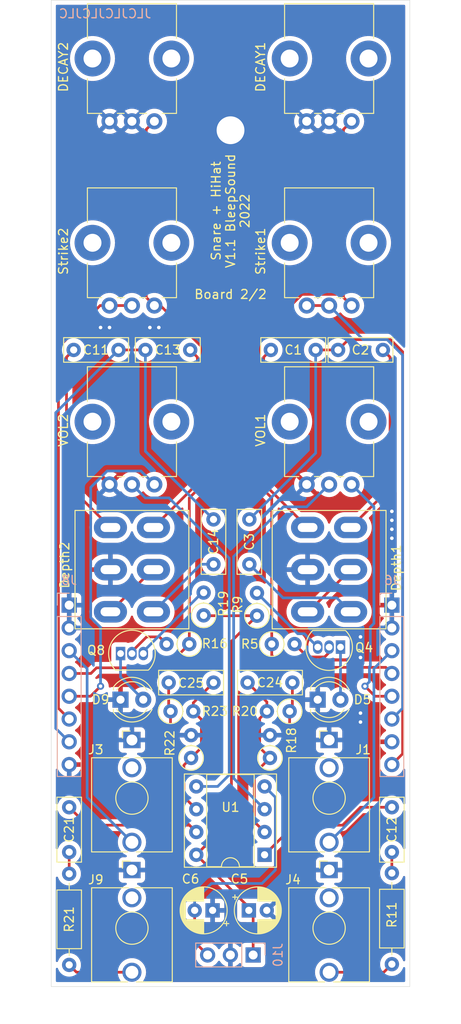
<source format=kicad_pcb>
(kicad_pcb (version 20211014) (generator pcbnew)
  (layers (0 "F.Cu" signal) (31 "B.Cu" signal) (34 "B.Paste" user) (35 "F.Paste" user) (36 "B.SilkS" user "B.Silkscreen") (37 "F.SilkS" user "F.Silkscreen") (38 "B.Mask" user) (39 "F.Mask" user) (44 "Edge.Cuts" user))
  (net 0 "")
  (net 1 "GND")
  (net 2 "+12V")
  (net 3 "-12V")
  (net 4 "Net-(U1-Pad2)")
  (net 5 "Net-(C1-Pad2)")
  (net 6 "Net-(C11-Pad2)")
  (net 7 "Net-(C12-Pad2)")
  (net 8 "Net-(C14-Pad2)")
  (net 9 "Net-(D5-Pad2)")
  (net 11 "/DeH")
  (net 12 "Net-(C2-Pad2)")
  (net 13 "Net-(C3-Pad2)")
  (net 14 "/SnI")
  (net 15 "/SnH")
  (net 16 "/So")
  (net 17 "/HiDH")
  (net 18 "Net-(C13-Pad2)")
  (net 19 "/HiI")
  (net 20 "/HiH")
  (net 21 "/Ho")
  (net 23 "Net-(C21-Pad2)")
  (net 24 "Net-(C21-Pad1)")
  (net 25 "Net-(D9-Pad2)")
  (net 26 "Net-(C12-Pad1)")
  (net 28 "Net-(U1-Pad6)")
  (net 30 "/SnO")
  (net 31 "/HiO")
  (net 32 "Net-(Q4-Pad3)")
  (net 33 "Net-(Q4-Pad2)")
  (net 34 "Net-(J4-PadT)")
  (net 35 "Net-(Q8-Pad3)")
  (net 36 "Net-(Q8-Pad2)")
  (net 37 "Net-(J9-PadT)")
  (net 38 "Net-(Depth1-Pad3)")
  (net 39 "Net-(Depth2-Pad3)")
  (net 40 "Net-(U1-Pad3)")
  (net 41 "Net-(U1-Pad5)")
  (footprint "Capacitor_THT:C_Disc_D7.0mm_W2.5mm_P5.00mm" (layer "F.Cu") (at 102.5 70 180)
    (fp_text reference "C1" (at 2.5 0) (layer "F.SilkS"))
    (fp_text value "10µF")
    (pad "1" thru_hole circle (at 0 0 180) (size 1.6 1.6) (drill 0.8) (layers *.Cu *.Mask) (net 11 "/DeH"))
    (pad "2" thru_hole circle (at 5 0 180) (size 1.6 1.6) (drill 0.8) (layers *.Cu *.Mask) (net 5 "Net-(C1-Pad2)"))
  )
  (footprint "Capacitor_THT:C_Disc_D7.0mm_W2.5mm_P5.00mm" (layer "F.Cu") (at 105 70)
    (fp_text reference "C2" (at 2.5 0) (layer "F.SilkS"))
    (fp_text value "1µF")
    (pad "1" thru_hole circle (at 0 0) (size 1.6 1.6) (drill 0.8) (layers *.Cu *.Mask) (net 11 "/DeH"))
    (pad "2" thru_hole circle (at 5 0) (size 1.6 1.6) (drill 0.8) (layers *.Cu *.Mask) (net 12 "Net-(C2-Pad2)"))
  )
  (footprint "Capacitor_THT:C_Disc_D7.0mm_W2.5mm_P5.00mm" (layer "F.Cu") (at 95.1 88.9 -90)
    (fp_text reference "C3" (at 2.5 0 90) (layer "F.SilkS"))
    (fp_text value "0.1µF")
    (pad "1" thru_hole circle (at 0 0 270) (size 1.6 1.6) (drill 0.8) (layers *.Cu *.Mask) (net 11 "/DeH"))
    (pad "2" thru_hole circle (at 5 0 270) (size 1.6 1.6) (drill 0.8) (layers *.Cu *.Mask) (net 13 "Net-(C3-Pad2)"))
  )
  (footprint "Capacitor_THT:CP_Radial_D5.0mm_P2.00mm" (layer "F.Cu") (at 95.044888 132.5)
    (fp_text reference "C5" (at -1.044888 -3.5 180) (layer "F.SilkS"))
    (fp_text value "10µ")
    (pad "1" thru_hole rect (at 0 0) (size 1.6 1.6) (drill 0.8) (layers *.Cu *.Mask) (net 2 "+12V"))
    (pad "2" thru_hole circle (at 2 0) (size 1.6 1.6) (drill 0.8) (layers *.Cu *.Mask) (net 1 "GND"))
  )
  (footprint "Capacitor_THT:CP_Radial_D5.0mm_P2.00mm" (layer "F.Cu") (at 91 132.5 180)
    (fp_text reference "C6" (at 2.455113 3.5 180) (layer "F.SilkS"))
    (fp_text value "10µ")
    (pad "1" thru_hole rect (at 0 0 180) (size 1.6 1.6) (drill 0.8) (layers *.Cu *.Mask) (net 1 "GND"))
    (pad "2" thru_hole circle (at 2 0 180) (size 1.6 1.6) (drill 0.8) (layers *.Cu *.Mask) (net 3 "-12V"))
  )
  (footprint "Capacitor_THT:C_Disc_D7.0mm_W2.5mm_P5.00mm" (layer "F.Cu") (at 80.5 70 180)
    (fp_text reference "C11" (at 2.5 0) (layer "F.SilkS"))
    (fp_text value "10µF")
    (pad "1" thru_hole circle (at 0 0 180) (size 1.6 1.6) (drill 0.8) (layers *.Cu *.Mask) (net 17 "/HiDH"))
    (pad "2" thru_hole circle (at 5 0 180) (size 1.6 1.6) (drill 0.8) (layers *.Cu *.Mask) (net 6 "Net-(C11-Pad2)"))
  )
  (footprint "Capacitor_THT:C_Disc_D7.0mm_W2.5mm_P5.00mm" (layer "F.Cu") (at 111 121 -90)
    (fp_text reference "C12" (at 2.5 0 90) (layer "F.SilkS"))
    (fp_text value "10µF")
    (pad "1" thru_hole circle (at 0 0 270) (size 1.6 1.6) (drill 0.8) (layers *.Cu *.Mask) (net 26 "Net-(C12-Pad1)"))
    (pad "2" thru_hole circle (at 5 0 270) (size 1.6 1.6) (drill 0.8) (layers *.Cu *.Mask) (net 7 "Net-(C12-Pad2)"))
  )
  (footprint "Capacitor_THT:C_Disc_D7.0mm_W2.5mm_P5.00mm" (layer "F.Cu") (at 83.5 70)
    (fp_text reference "C13" (at 2.5 0) (layer "F.SilkS"))
    (fp_text value "1µF")
    (pad "1" thru_hole circle (at 0 0) (size 1.6 1.6) (drill 0.8) (layers *.Cu *.Mask) (net 17 "/HiDH"))
    (pad "2" thru_hole circle (at 5 0) (size 1.6 1.6) (drill 0.8) (layers *.Cu *.Mask) (net 18 "Net-(C13-Pad2)"))
  )
  (footprint "Capacitor_THT:C_Disc_D7.0mm_W2.5mm_P5.00mm" (layer "F.Cu") (at 91.1 88.9 -90)
    (fp_text reference "C14" (at 2.5 0 90) (layer "F.SilkS"))
    (fp_text value "0.1µF")
    (pad "1" thru_hole circle (at 0 0 270) (size 1.6 1.6) (drill 0.8) (layers *.Cu *.Mask) (net 17 "/HiDH"))
    (pad "2" thru_hole circle (at 5 0 270) (size 1.6 1.6) (drill 0.8) (layers *.Cu *.Mask) (net 8 "Net-(C14-Pad2)"))
  )
  (footprint "Capacitor_THT:C_Disc_D7.0mm_W2.5mm_P5.00mm" (layer "F.Cu") (at 75 121 -90)
    (fp_text reference "C21" (at 2.5 0 90) (layer "F.SilkS"))
    (fp_text value "10µF")
    (pad "1" thru_hole circle (at 0 0 270) (size 1.6 1.6) (drill 0.8) (layers *.Cu *.Mask) (net 24 "Net-(C21-Pad1)"))
    (pad "2" thru_hole circle (at 5 0 270) (size 1.6 1.6) (drill 0.8) (layers *.Cu *.Mask) (net 23 "Net-(C21-Pad2)"))
  )
  (footprint "LED_THT:LED_D4.0mm" (layer "F.Cu") (at 102.725 109)
    (fp_text reference "D5" (at 5 0) (layer "F.SilkS"))
    (fp_text value "Trig Snare")
    (pad "1" thru_hole rect (at 0 0) (size 1.8 1.8) (drill 0.9) (layers *.Cu *.Mask) (net 1 "GND"))
    (pad "2" thru_hole circle (at 2.54 0) (size 1.8 1.8) (drill 0.9) (layers *.Cu *.Mask) (net 9 "Net-(D5-Pad2)"))
  )
  (footprint "LED_THT:LED_D4.0mm" (layer "F.Cu") (at 80.725 109)
    (fp_text reference "D9" (at -2.225 0) (layer "F.SilkS"))
    (fp_text value "Trig_HiHat")
    (pad "1" thru_hole rect (at 0 0) (size 1.8 1.8) (drill 0.9) (layers *.Cu *.Mask) (net 1 "GND"))
    (pad "2" thru_hole circle (at 2.54 0) (size 1.8 1.8) (drill 0.9) (layers *.Cu *.Mask) (net 25 "Net-(D9-Pad2)"))
  )
  (footprint "Synth:Pot-bourns-alpha" (layer "F.Cu") (at 84.5 44.5 90)
    (fp_text reference "DECAY2" (at 6.05 -10.15 90) (layer "F.SilkS"))
    (fp_text value "100k")
    (pad "" np_thru_hole circle (at 7 -6.9 90) (size 4 4) (drill 2) (layers *.Cu *.Mask))
    (pad "" np_thru_hole circle (at 7 1.9 90) (size 4 4) (drill 2) (layers *.Cu *.Mask))
    (pad "1" thru_hole circle (at 0 0 90) (size 1.8 1.8) (drill 1) (layers *.Cu *.Mask) (net 20 "/HiH"))
    (pad "2" thru_hole circle (at 0 -2.5 90) (size 1.8 1.8) (drill 1) (layers *.Cu *.Mask) (net 1 "GND"))
    (pad "3" thru_hole circle (at 0 -5 90) (size 1.8 1.8) (drill 1) (layers *.Cu *.Mask) (net 1 "GND"))
  )
  (footprint "Synth:Thonkiconn" (layer "F.Cu") (at 82 113.5)
    (fp_text reference "J3" (at -4.03 1.08 180) (layer "F.SilkS"))
    (fp_text value "HiHat IN")
    (pad "S" thru_hole rect (at 0 0 180) (size 1.93 1.83) (drill 1.22) (layers *.Cu *.Mask) (net 1 "GND"))
    (pad "T" thru_hole circle (at 0 11.4 180) (size 2.13 2.13) (drill 1.43) (layers *.Cu *.Mask) (net 19 "/HiI"))
    (pad "TN" thru_hole circle (at 0 3.1 180) (size 2.13 2.13) (drill 1.42) (layers *.Cu *.Mask))
  )
  (footprint "Synth:Thonkiconn" (layer "F.Cu") (at 104 128)
    (fp_text reference "J4" (at -4.03 1.08 180) (layer "F.SilkS"))
    (fp_text value "Snare OUT")
    (pad "S" thru_hole rect (at 0 0 180) (size 1.93 1.83) (drill 1.22) (layers *.Cu *.Mask) (net 1 "GND"))
    (pad "T" thru_hole circle (at 0 11.4 180) (size 2.13 2.13) (drill 1.43) (layers *.Cu *.Mask) (net 34 "Net-(J4-PadT)"))
    (pad "TN" thru_hole circle (at 0 3.1 180) (size 2.13 2.13) (drill 1.42) (layers *.Cu *.Mask))
  )
  (footprint "Synth:Thonkiconn" (layer "F.Cu") (at 82 128)
    (fp_text reference "J9" (at -4.03 1.08 180) (layer "F.SilkS"))
    (fp_text value "HiHat OUT")
    (pad "S" thru_hole rect (at 0 0 180) (size 1.93 1.83) (drill 1.22) (layers *.Cu *.Mask) (net 1 "GND"))
    (pad "T" thru_hole circle (at 0 11.4 180) (size 2.13 2.13) (drill 1.43) (layers *.Cu *.Mask) (net 37 "Net-(J9-PadT)"))
    (pad "TN" thru_hole circle (at 0 3.1 180) (size 2.13 2.13) (drill 1.42) (layers *.Cu *.Mask))
  )
  (footprint "Package_TO_SOT_THT:TO-92_Inline" (layer "F.Cu") (at 105.27 103.14 180)
    (fp_text reference "Q4" (at -2.63 -0.06 180) (layer "F.SilkS"))
    (fp_text value "2N3904")
    (pad "1" thru_hole rect (at 0 0 180) (size 1.05 1.5) (drill 0.75) (layers *.Cu *.Mask) (net 9 "Net-(D5-Pad2)"))
    (pad "2" thru_hole oval (at 1.27 0 180) (size 1.05 1.5) (drill 0.75) (layers *.Cu *.Mask) (net 33 "Net-(Q4-Pad2)"))
    (pad "3" thru_hole oval (at 2.54 0 180) (size 1.05 1.5) (drill 0.75) (layers *.Cu *.Mask) (net 32 "Net-(Q4-Pad3)"))
  )
  (footprint "Package_TO_SOT_THT:TO-92_Inline" (layer "F.Cu") (at 80.73 103.86)
    (fp_text reference "Q8" (at -2.73 -0.36) (layer "F.SilkS"))
    (fp_text value "2N3904")
    (pad "1" thru_hole rect (at 0 0) (size 1.05 1.5) (drill 0.75) (layers *.Cu *.Mask) (net 25 "Net-(D9-Pad2)"))
    (pad "2" thru_hole oval (at 1.27 0) (size 1.05 1.5) (drill 0.75) (layers *.Cu *.Mask) (net 36 "Net-(Q8-Pad2)"))
    (pad "3" thru_hole oval (at 2.54 0) (size 1.05 1.5) (drill 0.75) (layers *.Cu *.Mask) (net 35 "Net-(Q8-Pad3)"))
  )
  (footprint "Resistor_THT:R_Axial_DIN0207_L6.3mm_D2.5mm_P2.54mm_Vertical" (layer "F.Cu") (at 97.6 102.8)
    (fp_text reference "R5" (at -2.455 0 180) (layer "F.SilkS"))
    (fp_text value "100k")
    (pad "1" thru_hole circle (at 0 0) (size 1.6 1.6) (drill 0.8) (layers *.Cu *.Mask) (net 15 "/SnH"))
    (pad "2" thru_hole oval (at 2.54 0) (size 1.6 1.6) (drill 0.8) (layers *.Cu *.Mask) (net 33 "Net-(Q4-Pad2)"))
  )
  (footprint "Resistor_THT:R_Axial_DIN0207_L6.3mm_D2.5mm_P2.54mm_Vertical" (layer "F.Cu") (at 95.95 99.64 90)
    (fp_text reference "R9" (at 1.24 -2.15 90) (layer "F.SilkS"))
    (fp_text value "1k")
    (pad "1" thru_hole circle (at 0 0 90) (size 1.6 1.6) (drill 0.8) (layers *.Cu *.Mask) (net 2 "+12V"))
    (pad "2" thru_hole oval (at 2.54 0 90) (size 1.6 1.6) (drill 0.8) (layers *.Cu *.Mask) (net 32 "Net-(Q4-Pad3)"))
  )
  (footprint "Resistor_THT:R_Axial_DIN0207_L6.3mm_D2.5mm_P10.16mm_Horizontal" (layer "F.Cu") (at 111 138.5 90)
    (fp_text reference "R11" (at 5.5 0 90) (layer "F.SilkS"))
    (fp_text value "1k")
    (pad "1" thru_hole circle (at 0 0 90) (size 1.6 1.6) (drill 0.8) (layers *.Cu *.Mask) (net 34 "Net-(J4-PadT)"))
    (pad "2" thru_hole oval (at 10.16 0 90) (size 1.6 1.6) (drill 0.8) (layers *.Cu *.Mask) (net 7 "Net-(C12-Pad2)"))
  )
  (footprint "Resistor_THT:R_Axial_DIN0207_L6.3mm_D2.5mm_P2.54mm_Vertical" (layer "F.Cu") (at 88.4 102.8 180)
    (fp_text reference "R16" (at -2.855 0.05) (layer "F.SilkS"))
    (fp_text value "100k")
    (pad "1" thru_hole circle (at 0 0 180) (size 1.6 1.6) (drill 0.8) (layers *.Cu *.Mask) (net 20 "/HiH"))
    (pad "2" thru_hole oval (at 2.54 0 180) (size 1.6 1.6) (drill 0.8) (layers *.Cu *.Mask) (net 36 "Net-(Q8-Pad2)"))
  )
  (footprint "Resistor_THT:R_Axial_DIN0207_L6.3mm_D2.5mm_P2.54mm_Vertical" (layer "F.Cu") (at 90 99.6 90)
    (fp_text reference "R19" (at 1.3 2.2 90) (layer "F.SilkS"))
    (fp_text value "1k")
    (pad "1" thru_hole circle (at 0 0 90) (size 1.6 1.6) (drill 0.8) (layers *.Cu *.Mask) (net 2 "+12V"))
    (pad "2" thru_hole oval (at 2.54 0 90) (size 1.6 1.6) (drill 0.8) (layers *.Cu *.Mask) (net 35 "Net-(Q8-Pad3)"))
  )
  (footprint "Resistor_THT:R_Axial_DIN0207_L6.3mm_D2.5mm_P10.16mm_Horizontal" (layer "F.Cu") (at 75 138.58 90)
    (fp_text reference "R21" (at 5.08 0 90) (layer "F.SilkS"))
    (fp_text value "1k")
    (pad "1" thru_hole circle (at 0 0 90) (size 1.6 1.6) (drill 0.8) (layers *.Cu *.Mask) (net 37 "Net-(J9-PadT)"))
    (pad "2" thru_hole oval (at 10.16 0 90) (size 1.6 1.6) (drill 0.8) (layers *.Cu *.Mask) (net 23 "Net-(C21-Pad2)"))
  )
  (footprint "Synth:Pot-bourns-alpha" (layer "F.Cu") (at 84.5 65.05 90)
    (fp_text reference "Strike2" (at 6.05 -10.15 90) (layer "F.SilkS"))
    (fp_text value "100k")
    (pad "" np_thru_hole circle (at 7 1.9 90) (size 4 4) (drill 2) (layers *.Cu *.Mask))
    (pad "" np_thru_hole circle (at 7 -6.9 90) (size 4 4) (drill 2) (layers *.Cu *.Mask))
    (pad "1" thru_hole circle (at 0 0 90) (size 1.8 1.8) (drill 1) (layers *.Cu *.Mask) (net 20 "/HiH"))
    (pad "2" thru_hole circle (at 0 -2.5 90) (size 1.8 1.8) (drill 1) (layers *.Cu *.Mask) (net 21 "/Ho"))
    (pad "3" thru_hole circle (at 0 -5 90) (size 1.8 1.8) (drill 1) (layers *.Cu *.Mask) (net 21 "/Ho"))
  )
  (footprint "Synth:Pot-bourns-alpha" (layer "F.Cu") (at 106.5 44.5 90)
    (fp_text reference "DECAY1" (at 6.05 -10.15 90) (layer "F.SilkS"))
    (fp_text value "100k")
    (pad "" np_thru_hole circle (at 7 -6.9 90) (size 4 4) (drill 2) (layers *.Cu *.Mask))
    (pad "" np_thru_hole circle (at 7 1.9 90) (size 4 4) (drill 2) (layers *.Cu *.Mask))
    (pad "1" thru_hole circle (at 0 0 90) (size 1.8 1.8) (drill 1) (layers *.Cu *.Mask) (net 15 "/SnH"))
    (pad "2" thru_hole circle (at 0 -2.5 90) (size 1.8 1.8) (drill 1) (layers *.Cu *.Mask) (net 1 "GND"))
    (pad "3" thru_hole circle (at 0 -5 90) (size 1.8 1.8) (drill 1) (layers *.Cu *.Mask) (net 1 "GND"))
  )
  (footprint "Synth:Pot-bourns-alpha" (layer "F.Cu") (at 106.5 65.05 90)
    (fp_text reference "Strike1" (at 6.05 -10.15 90) (layer "F.SilkS"))
    (fp_text value "100k")
    (pad "" np_thru_hole circle (at 7 1.9 90) (size 4 4) (drill 2) (layers *.Cu *.Mask))
    (pad "" np_thru_hole circle (at 7 -6.9 90) (size 4 4) (drill 2) (layers *.Cu *.Mask))
    (pad "1" thru_hole circle (at 0 0 90) (size 1.8 1.8) (drill 1) (layers *.Cu *.Mask) (net 15 "/SnH"))
    (pad "2" thru_hole circle (at 0 -2.5 90) (size 1.8 1.8) (drill 1) (layers *.Cu *.Mask) (net 16 "/So"))
    (pad "3" thru_hole circle (at 0 -5 90) (size 1.8 1.8) (drill 1) (layers *.Cu *.Mask) (net 16 "/So"))
  )
  (footprint "Synth:Pot-bourns-alpha" (layer "F.Cu") (at 106.5 85 90)
    (fp_text reference "VOL1" (at 6.05 -10.15 90) (layer "F.SilkS"))
    (fp_text value "10k")
    (pad "" np_thru_hole circle (at 7 -6.9 90) (size 4 4) (drill 2) (layers *.Cu *.Mask))
    (pad "" np_thru_hole circle (at 7 1.9 90) (size 4 4) (drill 2) (layers *.Cu *.Mask))
    (pad "1" thru_hole circle (at 0 0 90) (size 1.8 1.8) (drill 1) (layers *.Cu *.Mask) (net 30 "/SnO"))
    (pad "2" thru_hole circle (at 0 -2.5 90) (size 1.8 1.8) (drill 1) (layers *.Cu *.Mask) (net 40 "Net-(U1-Pad3)"))
    (pad "3" thru_hole circle (at 0 -5 90) (size 1.8 1.8) (drill 1) (layers *.Cu *.Mask) (net 1 "GND"))
  )
  (footprint "Synth:Pot-bourns-alpha" (layer "F.Cu") (at 84.5 85 90)
    (fp_text reference "VOL2" (at 6.05 -10.15 90) (layer "F.SilkS"))
    (fp_text value "10k")
    (pad "" np_thru_hole circle (at 7 1.9 90) (size 4 4) (drill 2) (layers *.Cu *.Mask))
    (pad "" np_thru_hole circle (at 7 -6.9 90) (size 4 4) (drill 2) (layers *.Cu *.Mask))
    (pad "1" thru_hole circle (at 0 0 90) (size 1.8 1.8) (drill 1) (layers *.Cu *.Mask) (net 31 "/HiO"))
    (pad "2" thru_hole circle (at 0 -2.5 90) (size 1.8 1.8) (drill 1) (layers *.Cu *.Mask) (net 41 "Net-(U1-Pad5)"))
    (pad "3" thru_hole circle (at 0 -5 90) (size 1.8 1.8) (drill 1) (layers *.Cu *.Mask) (net 1 "GND"))
  )
  (footprint "Synth:Thonkiconn" (layer "F.Cu") (at 104 113.5)
    (fp_text reference "J1" (at 3.8 1.08 180) (layer "F.SilkS"))
    (fp_text value "Snare IN")
    (pad "S" thru_hole rect (at 0 0 180) (size 1.93 1.83) (drill 1.22) (layers *.Cu *.Mask) (net 1 "GND"))
    (pad "T" thru_hole circle (at 0 11.4 180) (size 2.13 2.13) (drill 1.43) (layers *.Cu *.Mask) (net 14 "/SnI"))
    (pad "TN" thru_hole circle (at 0 3.1 180) (size 2.13 2.13) (drill 1.42) (layers *.Cu *.Mask))
  )
  (footprint "Synth:SW_DPDT_Toggle" (layer "F.Cu") (at 104 94.5 90)
    (fp_text reference "Depth1" (at 0.2 7.5 90) (layer "F.SilkS"))
    (fp_text value "SW_Push_DPDT")
    (pad "1" thru_hole oval (at 4.7 -2.4 180) (size 3.7 2.4) (drill oval 2.2 1) (layers *.Cu *.Mask) (net 5 "Net-(C1-Pad2)"))
    (pad "2" thru_hole oval (at 0 -2.4 180) (size 3.7 2.4) (drill oval 2.2 1) (layers *.Cu *.Mask) (net 1 "GND"))
    (pad "3" thru_hole oval (at -4.7 -2.4 180) (size 3.7 2.4) (drill oval 2.2 1) (layers *.Cu *.Mask) (net 38 "Net-(Depth1-Pad3)"))
    (pad "4" thru_hole oval (at 4.7 2.4 180) (size 3.7 2.4) (drill oval 2.2 1) (layers *.Cu *.Mask) (net 12 "Net-(C2-Pad2)"))
    (pad "5" thru_hole oval (at 0 2.4 180) (size 3.7 2.4) (drill oval 2.2 1) (layers *.Cu *.Mask) (net 38 "Net-(Depth1-Pad3)"))
    (pad "6" thru_hole oval (at -4.7 2.4 180) (size 3.7 2.4) (drill oval 2.2 1) (layers *.Cu *.Mask) (net 13 "Net-(C3-Pad2)"))
  )
  (footprint "Synth:SW_DPDT_Toggle" (layer "F.Cu") (at 82 94.5 90)
    (fp_text reference "Depth2" (at 0.5 -7.5 90) (layer "F.SilkS"))
    (fp_text value "SW_Push_DPDT")
    (pad "1" thru_hole oval (at 4.7 -2.4 180) (size 3.7 2.4) (drill oval 2.2 1) (layers *.Cu *.Mask) (net 6 "Net-(C11-Pad2)"))
    (pad "2" thru_hole oval (at 0 -2.4 180) (size 3.7 2.4) (drill oval 2.2 1) (layers *.Cu *.Mask) (net 1 "GND"))
    (pad "3" thru_hole oval (at -4.7 -2.4 180) (size 3.7 2.4) (drill oval 2.2 1) (layers *.Cu *.Mask) (net 39 "Net-(Depth2-Pad3)"))
    (pad "4" thru_hole oval (at 4.7 2.4 180) (size 3.7 2.4) (drill oval 2.2 1) (layers *.Cu *.Mask) (net 18 "Net-(C13-Pad2)"))
    (pad "5" thru_hole oval (at 0 2.4 180) (size 3.7 2.4) (drill oval 2.2 1) (layers *.Cu *.Mask) (net 39 "Net-(Depth2-Pad3)"))
    (pad "6" thru_hole oval (at -4.7 2.4 180) (size 3.7 2.4) (drill oval 2.2 1) (layers *.Cu *.Mask) (net 8 "Net-(C14-Pad2)"))
  )
  (footprint "Package_DIP:DIP-8_W7.62mm_Socket" (layer "F.Cu") (at 96.8 126.3 180)
    (fp_text reference "U1" (at 3.8 5.3) (layer "F.SilkS"))
    (fp_text value "TL072")
    (pad "1" thru_hole rect (at 0 0 180) (size 1.6 1.6) (drill 0.8) (layers *.Cu *.Mask) (net 26 "Net-(C12-Pad1)"))
    (pad "2" thru_hole oval (at 0 2.54 180) (size 1.6 1.6) (drill 0.8) (layers *.Cu *.Mask) (net 4 "Net-(U1-Pad2)"))
    (pad "3" thru_hole oval (at 0 5.08 180) (size 1.6 1.6) (drill 0.8) (layers *.Cu *.Mask) (net 40 "Net-(U1-Pad3)"))
    (pad "4" thru_hole oval (at 0 7.62 180) (size 1.6 1.6) (drill 0.8) (layers *.Cu *.Mask) (net 3 "-12V"))
    (pad "5" thru_hole oval (at 7.62 7.62 180) (size 1.6 1.6) (drill 0.8) (layers *.Cu *.Mask) (net 41 "Net-(U1-Pad5)"))
    (pad "6" thru_hole oval (at 7.62 5.08 180) (size 1.6 1.6) (drill 0.8) (layers *.Cu *.Mask) (net 28 "Net-(U1-Pad6)"))
    (pad "7" thru_hole oval (at 7.62 2.54 180) (size 1.6 1.6) (drill 0.8) (layers *.Cu *.Mask) (net 24 "Net-(C21-Pad1)"))
    (pad "8" thru_hole oval (at 7.62 0 180) (size 1.6 1.6) (drill 0.8) (layers *.Cu *.Mask) (net 2 "+12V"))
  )
  (footprint "Resistor_THT:R_Axial_DIN0207_L6.3mm_D2.5mm_P2.54mm_Vertical" (layer "F.Cu") (at 97.4 115.5 90)
    (fp_text reference "R18" (at 1.95 2.4 90) (layer "F.SilkS"))
    (fp_text value "10k")
    (pad "1" thru_hole circle (at 0 0 90) (size 1.6 1.6) (drill 0.8) (layers *.Cu *.Mask) (net 4 "Net-(U1-Pad2)"))
    (pad "2" thru_hole oval (at 2.54 0 90) (size 1.6 1.6) (drill 0.8) (layers *.Cu *.Mask) (net 1 "GND"))
  )
  (footprint "Capacitor_THT:C_Disc_D7.0mm_W2.5mm_P5.00mm" (layer "F.Cu") (at 91.1 107.1 180)
    (fp_text reference "C25" (at 2.5 -0.05) (layer "F.SilkS"))
    (fp_text value "22pF")
    (pad "1" thru_hole circle (at 0 0 180) (size 1.6 1.6) (drill 0.8) (layers *.Cu *.Mask) (net 28 "Net-(U1-Pad6)"))
    (pad "2" thru_hole circle (at 5 0 180) (size 1.6 1.6) (drill 0.8) (layers *.Cu *.Mask) (net 24 "Net-(C21-Pad1)"))
  )
  (footprint "Resistor_THT:R_Axial_DIN0207_L6.3mm_D2.5mm_P2.54mm_Vertical" (layer "F.Cu") (at 86.305 110.3)
    (fp_text reference "R23" (at 4.945 0) (layer "F.SilkS"))
    (fp_text value "330k")
    (pad "1" thru_hole circle (at 0 0) (size 1.6 1.6) (drill 0.8) (layers *.Cu *.Mask) (net 24 "Net-(C21-Pad1)"))
    (pad "2" thru_hole oval (at 2.54 0) (size 1.6 1.6) (drill 0.8) (layers *.Cu *.Mask) (net 28 "Net-(U1-Pad6)"))
  )
  (footprint "Resistor_THT:R_Axial_DIN0207_L6.3mm_D2.5mm_P2.54mm_Vertical" (layer "F.Cu") (at 99.595 110.3 180)
    (fp_text reference "R20" (at 4.995 0) (layer "F.SilkS"))
    (fp_text value "330k")
    (pad "1" thru_hole circle (at 0 0 180) (size 1.6 1.6) (drill 0.8) (layers *.Cu *.Mask) (net 26 "Net-(C12-Pad1)"))
    (pad "2" thru_hole oval (at 2.54 0 180) (size 1.6 1.6) (drill 0.8) (layers *.Cu *.Mask) (net 4 "Net-(U1-Pad2)"))
  )
  (footprint "Resistor_THT:R_Axial_DIN0207_L6.3mm_D2.5mm_P2.54mm_Vertical" (layer "F.Cu") (at 88.6 115.5 90)
    (fp_text reference "R22" (at 1.65 -2.37 90) (layer "F.SilkS"))
    (fp_text value "10k")
    (pad "1" thru_hole circle (at 0 0 90) (size 1.6 1.6) (drill 0.8) (layers *.Cu *.Mask) (net 28 "Net-(U1-Pad6)"))
    (pad "2" thru_hole oval (at 2.54 0 90) (size 1.6 1.6) (drill 0.8) (layers *.Cu *.Mask) (net 1 "GND"))
  )
  (footprint "Capacitor_THT:C_Disc_D7.0mm_W2.5mm_P5.00mm" (layer "F.Cu") (at 94.9 107.1)
    (fp_text reference "C24" (at 2.5 0) (layer "F.SilkS"))
    (fp_text value "22pF")
    (pad "1" thru_hole circle (at 0 0) (size 1.6 1.6) (drill 0.8) (layers *.Cu *.Mask) (net 4 "Net-(U1-Pad2)"))
    (pad "2" thru_hole circle (at 5 0) (size 1.6 1.6) (drill 0.8) (layers *.Cu *.Mask) (net 26 "Net-(C12-Pad1)"))
  )
  (footprint "Connector_PinSocket_2.54mm:PinSocket_1x08_P2.54mm_Vertical" (layer "B.Cu") (at 75 98.46 180)
    (fp_text reference "J8" (at 0 2.77) (layer "B.SilkS") (effects (justify mirror)))
    (fp_text value "Conn_01x08_Female")
    (pad "1" thru_hole rect (at 0 0 180) (size 1.7 1.7) (drill 1) (layers *.Cu *.Mask) (net 1 "GND"))
    (pad "2" thru_hole oval (at 0 -2.54 180) (size 1.7 1.7) (drill 1) (layers *.Cu *.Mask) (net 1 "GND"))
    (pad "3" thru_hole oval (at 0 -5.08 180) (size 1.7 1.7) (drill 1) (layers *.Cu *.Mask) (net 19 "/HiI"))
    (pad "4" thru_hole oval (at 0 -7.62 180) (size 1.7 1.7) (drill 1) (layers *.Cu *.Mask) (net 20 "/HiH"))
    (pad "5" thru_hole oval (at 0 -10.16 180) (size 1.7 1.7) (drill 1) (layers *.Cu *.Mask) (net 31 "/HiO"))
    (pad "6" thru_hole oval (at 0 -12.7 180) (size 1.7 1.7) (drill 1) (layers *.Cu *.Mask) (net 21 "/Ho"))
    (pad "7" thru_hole oval (at 0 -15.24 180) (size 1.7 1.7) (drill 1) (layers *.Cu *.Mask) (net 17 "/HiDH"))
    (pad "8" thru_hole oval (at 0 -17.78 180) (size 1.7 1.7) (drill 1) (layers *.Cu *.Mask) (net 1 "GND"))
  )
  (footprint "Connector_PinSocket_2.54mm:PinSocket_1x08_P2.54mm_Vertical" (layer "B.Cu") (at 111 98.46 180)
    (fp_text reference "J6" (at 0 2.77) (layer "B.SilkS") (effects (justify mirror)))
    (fp_text value "Conn_01x08_Female")
    (pad "1" thru_hole rect (at 0 0 180) (size 1.7 1.7) (drill 1) (layers *.Cu *.Mask) (net 1 "GND"))
    (pad "2" thru_hole oval (at 0 -2.54 180) (size 1.7 1.7) (drill 1) (layers *.Cu *.Mask) (net 1 "GND"))
    (pad "3" thru_hole oval (at 0 -5.08 180) (size 1.7 1.7) (drill 1) (layers *.Cu *.Mask) (net 14 "/SnI"))
    (pad "4" thru_hole oval (at 0 -7.62 180) (size 1.7 1.7) (drill 1) (layers *.Cu *.Mask) (net 15 "/SnH"))
    (pad "5" thru_hole oval (at 0 -10.16 180) (size 1.7 1.7) (drill 1) (layers *.Cu *.Mask) (net 30 "/SnO"))
    (pad "6" thru_hole oval (at 0 -12.7 180) (size 1.7 1.7) (drill 1) (layers *.Cu *.Mask) (net 16 "/So"))
    (pad "7" thru_hole oval (at 0 -15.24 180) (size 1.7 1.7) (drill 1) (layers *.Cu *.Mask) (net 1 "GND"))
    (pad "8" thru_hole oval (at 0 -17.78 180) (size 1.7 1.7) (drill 1) (layers *.Cu *.Mask) (net 11 "/DeH"))
  )
  (footprint "Connector_PinSocket_2.54mm:PinSocket_1x03_P2.54mm_Vertical" (layer "B.Cu") (at 95.525 137.475 90)
    (fp_text reference "J10" (at 0 2.77 90) (layer "B.SilkS") (effects (justify mirror)))
    (fp_text value "Conn_01x03_Female")
    (pad "1" thru_hole rect (at 0 0 90) (size 1.7 1.7) (drill 1) (layers *.Cu *.Mask) (net 2 "+12V"))
    (pad "2" thru_hole oval (at 0 -2.54 90) (size 1.7 1.7) (drill 1) (layers *.Cu *.Mask) (net 1 "GND"))
    (pad "3" thru_hole oval (at 0 -5.08 90) (size 1.7 1.7) (drill 1) (layers *.Cu *.Mask) (net 3 "-12V"))
  )
  (gr_line (start 73 31) (end 112.999999 31) (layer "Edge.Cuts") (width 0.05))
  (gr_line (start 112.999999 31) (end 113 141) (layer "Edge.Cuts") (width 0.05))
  (gr_line (start 73 31) (end 73 141) (layer "Edge.Cuts") (width 0.05))
  (gr_line (start 73 141) (end 113 141) (layer "Edge.Cuts") (width 0.05))
  (gr_text "JLCJLCJLCJLC\n" (at 79 32.5) (layer "B.SilkS") (effects (font (size 1 1)) (justify mirror)))
  (gr_text "Board 2/2" (at 93 63.8) (layer "F.SilkS") (effects (font (size 1 1))))
  (gr_text "Snare + HiHat\nV1.1 BleepSound\n2022" (at 93 54.5 90) (layer "F.SilkS") (effects (font (size 1 1))))
  (via (at 111 90) (size 0.8) (drill 0.4) (layers "F.Cu" "B.Cu") (net 1))
  (via (at 111 91) (size 0.8) (drill 0.4) (layers "F.Cu" "B.Cu") (net 1))
  (via (at 111 89) (size 0.8) (drill 0.4) (layers "F.Cu" "B.Cu") (net 1))
  (via (at 111 88) (size 0.8) (drill 0.4) (layers "F.Cu" "B.Cu") (net 1))
  (via (at 84 67.5) (size 0.8) (drill 0.4) (layers "F.Cu" "B.Cu") (net 1))
  (via (at 107.5 110.5) (size 0.8) (drill 0.4) (layers "F.Cu" "B.Cu") (net 1))
  (via (at 93 45.5) (size 3.6) (drill 3.1) (layers "F.Cu" "B.Cu") (net 1))
  (via (at 107.5 111.5) (size 0.8) (drill 0.4) (layers "F.Cu" "B.Cu") (net 1))
  (via (at 85 67.5) (size 0.8) (drill 0.4) (layers "F.Cu" "B.Cu") (net 1))
  (via (at 79.5 67.5) (size 0.8) (drill 0.4) (layers "F.Cu" "B.Cu") (net 1))
  (via (at 78.5 67.5) (size 0.8) (drill 0.4) (layers "F.Cu" "B.Cu") (net 1))
  (via (at 107.5 104.3) (size 0.8) (drill 0.4) (layers "F.Cu" "B.Cu") (net 1))
  (via (at 107.5 102) (size 0.8) (drill 0.4) (layers "F.Cu" "B.Cu") (net 1))
  (segment (start 89.18 126.3) (end 93.1 122.38) (width 0.3) (layer "F.Cu") (net 2))
  (segment (start 93.1 122.38) (end 93.1 102.49) (width 0.3) (layer "F.Cu") (net 2))
  (segment (start 95.044888 132.164888) (end 95.044888 132.5) (width 0.3) (layer "F.Cu") (net 2))
  (segment (start 95.525 137.475) (end 95.525 132.980112) (width 0.3) (layer "F.Cu") (net 2))
  (segment (start 95.95 99.64) (end 90.04 99.64) (width 0.3) (layer "F.Cu") (net 2))
  (segment (start 93.1 102.49) (end 95.95 99.64) (width 0.3) (layer "F.Cu") (net 2))
  (segment (start 90.04 99.64) (end 90 99.6) (width 0.3) (layer "F.Cu") (net 2))
  (segment (start 95.525 132.980112) (end 95.044888 132.5) (width 0.3) (layer "F.Cu") (net 2))
  (segment (start 89.18 126.3) (end 95.044888 132.164888) (width 0.3) (layer "F.Cu") (net 2))
  (segment (start 89 132.5) (end 89 136.03) (width 0.3) (layer "F.Cu") (net 3))
  (segment (start 89 136.03) (end 90.445 137.475) (width 0.3) (layer "F.Cu") (net 3))
  (segment (start 96.5 129.5) (end 90.86863 129.5) (width 0.3) (layer "B.Cu") (net 3))
  (segment (start 90.86863 129.5) (end 89 131.36863) (width 0.3) (layer "B.Cu") (net 3))
  (segment (start 96.8 118.68) (end 98 119.88) (width 0.3) (layer "B.Cu") (net 3))
  (segment (start 98 119.88) (end 98 128) (width 0.3) (layer "B.Cu") (net 3))
  (segment (start 89 131.36863) (end 89 132.5) (width 0.3) (layer "B.Cu") (net 3))
  (segment (start 98 128) (end 96.5 129.5) (width 0.3) (layer "B.Cu") (net 3))
  (segment (start 95.65 117.25) (end 95.65 122.61) (width 0.3) (layer "F.Cu") (net 4))
  (segment (start 96.25 114.35) (end 97.4 115.5) (width 0.3) (layer "F.Cu") (net 4))
  (segment (start 95.65 122.61) (end 96.8 123.76) (width 0.3) (layer "F.Cu") (net 4))
  (segment (start 96.25 111.105) (end 96.25 114.35) (width 0.3) (layer "F.Cu") (net 4))
  (segment (start 97.055 109.255) (end 97.055 110.3) (width 0.3) (layer "F.Cu") (net 4))
  (segment (start 97.4 115.5) (end 95.65 117.25) (width 0.3) (layer "F.Cu") (net 4))
  (segment (start 94.9 107.1) (end 97.055 109.255) (width 0.3) (layer "F.Cu") (net 4))
  (segment (start 97.055 110.3) (end 96.25 111.105) (width 0.3) (layer "F.Cu") (net 4))
  (segment (start 97.5 70) (end 96.700001 70.799999) (width 0.3) (layer "F.Cu") (net 5))
  (segment (start 96.700001 84.900001) (end 101.6 89.8) (width 0.3) (layer "F.Cu") (net 5))
  (segment (start 96.700001 70.799999) (end 96.700001 84.900001) (width 0.3) (layer "F.Cu") (net 5))
  (segment (start 74.700001 84.900001) (end 79.6 89.8) (width 0.3) (layer "F.Cu") (net 6))
  (segment (start 74.700001 70.799999) (end 74.700001 84.900001) (width 0.3) (layer "F.Cu") (net 6))
  (segment (start 75.5 70) (end 74.700001 70.799999) (width 0.3) (layer "F.Cu") (net 6))
  (segment (start 111 128.34) (end 111 126) (width 0.3) (layer "F.Cu") (net 7))
  (segment (start 89.7 93.9) (end 84.4 99.2) (width 0.3) (layer "B.Cu") (net 8))
  (segment (start 91.1 93.9) (end 89.7 93.9) (width 0.3) (layer "B.Cu") (net 8))
  (segment (start 105.27 103.14) (end 105.27 108.995) (width 0.3) (layer "B.Cu") (net 9))
  (segment (start 105.27 108.995) (end 105.265 109) (width 0.3) (layer "B.Cu") (net 9))
  (segment (start 106.149511 68.850489) (end 105 70) (width 0.3) (layer "F.Cu") (net 11))
  (segment (start 110.850489 68.850489) (end 106.149511 68.850489) (width 0.3) (layer "F.Cu") (net 11))
  (segment (start 112.199511 70.199511) (end 110.850489 68.850489) (width 0.3) (layer "F.Cu") (net 11))
  (segment (start 102.5 70) (end 105 70) (width 0.3) (layer "F.Cu") (net 11))
  (segment (start 112.199511 115.040489) (end 112.199511 70.199511) (width 0.3) (layer "F.Cu") (net 11))
  (segment (start 111 116.24) (end 112.199511 115.040489) (width 0.3) (layer "F.Cu") (net 11))
  (segment (start 102.5 81.5) (end 95.1 88.9) (width 0.3) (layer "B.Cu") (net 11))
  (segment (start 102.5 70) (end 102.5 81.5) (width 0.3) (layer "B.Cu") (net 11))
  (segment (start 110 70) (end 110.799999 70.799999) (width 0.3) (layer "F.Cu") (net 12))
  (segment (start 110.799999 70.799999) (end 110.799999 85.400001) (width 0.3) (layer "F.Cu") (net 12))
  (segment (start 110.799999 85.400001) (end 106.4 89.8) (width 0.3) (layer "F.Cu") (net 12))
  (segment (start 104.85048 97.65048) (end 98.85048 97.65048) (width 0.3) (layer "B.Cu") (net 13))
  (segment (start 106.4 99.2) (end 104.85048 97.65048) (width 0.3) (layer "B.Cu") (net 13))
  (segment (start 98.85048 97.65048) (end 95.1 93.9) (width 0.3) (layer "B.Cu") (net 13))
  (segment (start 109 105.54) (end 111 103.54) (width 0.3) (layer "B.Cu") (net 14))
  (segment (start 109 119.9) (end 109 105.54) (width 0.3) (layer "B.Cu") (net 14))
  (segment (start 104 124.9) (end 109 119.9) (width 0.3) (layer "B.Cu") (net 14))
  (segment (start 110.32 105.4) (end 98.95 105.4) (width 0.3) (layer "F.Cu") (net 15))
  (segment (start 105.6 64.15) (end 106.5 65.05) (width 0.3) (layer "F.Cu") (net 15))
  (segment (start 105.6 64.15) (end 105.250489 63.800489) (width 0.3) (layer "F.Cu") (net 15))
  (segment (start 96.200481 68.582443) (end 96.200481 85.106908) (width 0.3) (layer "F.Cu") (net 15))
  (segment (start 111 106.08) (end 110.32 105.4) (width 0.3) (layer "F.Cu") (net 15))
  (segment (start 98.95 105.4) (end 97.6 104.05) (width 0.3) (layer "F.Cu") (net 15))
  (segment (start 105.250489 63.800489) (end 100.982435 63.800489) (width 0.3) (layer "F.Cu") (net 15))
  (segment (start 96.200481 85.106908) (end 97.6 86.506428) (width 0.3) (layer "F.Cu") (net 15))
  (segment (start 106.5 44.5) (end 105.6 45.4) (width 0.3) (layer "F.Cu") (net 15))
  (segment (start 97.6 86.506428) (end 97.6 102.8) (width 0.3) (layer "F.Cu") (net 15))
  (segment (start 105.6 45.4) (end 105.6 64.15) (width 0.3) (layer "F.Cu") (net 15))
  (segment (start 97.6 104.05) (end 97.6 102.8) (width 0.3) (layer "F.Cu") (net 15))
  (segment (start 100.982435 63.800489) (end 96.200481 68.582443) (width 0.3) (layer "F.Cu") (net 15))
  (segment (start 101.5 65.05) (end 104 65.05) (width 0.3) (layer "F.Cu") (net 16))
  (segment (start 112.199511 70.573856) (end 112.199511 109.960489) (width 0.3) (layer "B.Cu") (net 16))
  (segment (start 104 65.05) (end 107.800489 68.850489) (width 0.3) (layer "B.Cu") (net 16))
  (segment (start 112.199511 109.960489) (end 111 111.16) (width 0.3) (layer "B.Cu") (net 16))
  (segment (start 107.800489 68.850489) (end 110.476144 68.850489) (width 0.3) (layer "B.Cu") (net 16))
  (segment (start 110.476144 68.850489) (end 112.199511 70.573856) (width 0.3) (layer "B.Cu") (net 16))
  (segment (start 83.5 70) (end 80.5 70) (width 0.3) (layer "F.Cu") (net 17))
  (segment (start 91.1 88.9) (end 83.5 81.3) (width 0.3) (layer "B.Cu") (net 17))
  (segment (start 73.5 112.2) (end 73.5 77) (width 0.3) (layer "B.Cu") (net 17))
  (segment (start 75 113.7) (end 73.5 112.2) (width 0.3) (layer "B.Cu") (net 17))
  (segment (start 83.5 81.3) (end 83.5 70) (width 0.3) (layer "B.Cu") (net 17))
  (segment (start 73.5 77) (end 80.5 70) (width 0.3) (layer "B.Cu") (net 17))
  (segment (start 89.299999 70.799999) (end 89.299999 84.900001) (width 0.3) (layer "F.Cu") (net 18))
  (segment (start 88.5 70) (end 89.299999 70.799999) (width 0.3) (layer "F.Cu") (net 18))
  (segment (start 89.299999 84.900001) (end 84.4 89.8) (width 0.3) (layer "F.Cu") (net 18))
  (segment (start 77 105.54) (end 77 119.9) (width 0.3) (layer "B.Cu") (net 19))
  (segment (start 77 119.9) (end 82 124.9) (width 0.3) (layer "B.Cu") (net 19))
  (segment (start 75 103.54) (end 77 105.54) (width 0.3) (layer "B.Cu") (net 19))
  (segment (start 83.6 45.4) (end 83.6 64.15) (width 0.3) (layer "F.Cu") (net 20))
  (segment (start 77.42 106.08) (end 75 106.08) (width 0.3) (layer "F.Cu") (net 20))
  (segment (start 84.5 44.5) (end 83.6 45.4) (width 0.3) (layer "F.Cu") (net 20))
  (segment (start 88.4 102.8) (end 88.4 86.506428) (width 0.3) (layer "F.Cu") (net 20))
  (segment (start 78.05 105.45) (end 77.42 106.08) (width 0.3) (layer "F.Cu") (net 20))
  (segment (start 89.799519 69.673864) (end 85.175655 65.05) (width 0.3) (layer "F.Cu") (net 20))
  (segment (start 85.75 105.45) (end 78.05 105.45) (width 0.3) (layer "F.Cu") (net 20))
  (segment (start 83.6 64.15) (end 84.5 65.05) (width 0.3) (layer "F.Cu") (net 20))
  (segment (start 89.799519 85.106908) (end 89.799519 69.673864) (width 0.3) (layer "F.Cu") (net 20))
  (segment (start 88.4 86.506428) (end 89.799519 85.106908) (width 0.3) (layer "F.Cu") (net 20))
  (segment (start 88.4 102.8) (end 85.75 105.45) (width 0.3) (layer "F.Cu") (net 20))
  (segment (start 85.175655 65.05) (end 84.5 65.05) (width 0.3) (layer "F.Cu") (net 20))
  (segment (start 73.800489 109.960489) (end 73.800489 69.699511) (width 0.3) (layer "F.Cu") (net 21))
  (segment (start 73.800489 69.699511) (end 78.45 65.05) (width 0.3) (layer "F.Cu") (net 21))
  (segment (start 78.45 65.05) (end 79.5 65.05) (width 0.3) (layer "F.Cu") (net 21))
  (segment (start 82 65.05) (end 79.5 65.05) (width 0.3) (layer "F.Cu") (net 21))
  (segment (start 75 111.16) (end 73.800489 109.960489) (width 0.3) (layer "F.Cu") (net 21))
  (segment (start 75 128.42) (end 75 126) (width 0.3) (layer "F.Cu") (net 23))
  (segment (start 86.305 120.885) (end 88.42 123) (width 0.3) (layer "F.Cu") (net 24))
  (segment (start 86.305 110.3) (end 86.305 120.885) (width 0.3) (layer "F.Cu") (net 24))
  (segment (start 88.42 123) (end 89.18 123.76) (width 0.3) (layer "F.Cu") (net 24))
  (segment (start 77 123) (end 88.42 123) (width 0.3) (layer "F.Cu") (net 24))
  (segment (start 86.1 107.1) (end 86.1 110.095) (width 0.3) (layer "F.Cu") (net 24))
  (segment (start 86.1 110.095) (end 86.305 110.3) (width 0.3) (layer "F.Cu") (net 24))
  (segment (start 75 121) (end 77 123) (width 0.3) (layer "F.Cu") (net 24))
  (segment (start 80.73 106.465) (end 80.73 103.86) (width 0.3) (layer "B.Cu") (net 25))
  (segment (start 83.265 109) (end 80.73 106.465) (width 0.3) (layer "B.Cu") (net 25))
  (segment (start 99.595 110.3) (end 99.595 122.495) (width 0.3) (layer "F.Cu") (net 26))
  (segment (start 107.5 121) (end 105.5 123) (width 0.3) (layer "F.Cu") (net 26))
  (segment (start 99.595 122.495) (end 100.1 123) (width 0.3) (layer "F.Cu") (net 26))
  (segment (start 99.9 109.995) (end 99.595 110.3) (width 0.3) (layer "F.Cu") (net 26))
  (segment (start 105.5 123) (end 100.1 123) (width 0.3) (layer "F.Cu") (net 26))
  (segment (start 99.9 107.1) (end 99.9 109.995) (width 0.3) (layer "F.Cu") (net 26))
  (segment (start 111 121) (end 107.5 121) (width 0.3) (layer "F.Cu") (net 26))
  (segment (start 100.1 123) (end 96.8 126.3) (width 0.3) (layer "F.Cu") (net 26))
  (segment (start 88.845 110.3) (end 89.75 111.205) (width 0.3) (layer "F.Cu") (net 28))
  (segment (start 89.75 111.205) (end 89.75 114.35) (width 0.3) (layer "F.Cu") (net 28))
  (segment (start 89.75 114.35) (end 88.6 115.5) (width 0.3) (layer "F.Cu") (net 28))
  (segment (start 87.800001 116.299999) (end 87.800001 119.840001) (width 0.3) (layer "F.Cu") (net 28))
  (segment (start 88.6 115.5) (end 87.800001 116.299999) (width 0.3) (layer "F.Cu") (net 28))
  (segment (start 87.800001 119.840001) (end 89.18 121.22) (width 0.3) (layer "F.Cu") (net 28))
  (segment (start 91.1 107.1) (end 88.845 109.355) (width 0.3) (layer "F.Cu") (net 28))
  (segment (start 88.845 109.355) (end 88.845 110.3) (width 0.3) (layer "F.Cu") (net 28))
  (segment (start 109.12 108.62) (end 108 107.5) (width 0.3) (layer "F.Cu") (net 30))
  (segment (start 111 108.62) (end 109.12 108.62) (width 0.3) (layer "F.Cu") (net 30))
  (via (at 108 107.5) (size 0.8) (drill 0.4) (layers "F.Cu" "B.Cu") (net 30))
  (segment (start 109 100.5) (end 109 87.5) (width 0.3) (layer "B.Cu") (net 30))
  (segment (start 108.6 105.232893) (end 108.6 100.9) (width 0.3) (layer "B.Cu") (net 30))
  (segment (start 108.6 100.9) (end 109 100.5) (width 0.3) (layer "B.Cu") (net 30))
  (segment (start 109 87.5) (end 106.5 85) (width 0.3) (layer "B.Cu") (net 30))
  (segment (start 108.5 105.332893) (end 108.6 105.232893) (width 0.3) (layer "B.Cu") (net 30))
  (segment (start 108.5 107) (end 108.5 105.332893) (width 0.3) (layer "B.Cu") (net 30))
  (segment (start 108 107.5) (end 108.5 107) (width 0.3) (layer "B.Cu") (net 30))
  (segment (start 75 108.62) (end 77.38 108.62) (width 0.3) (layer "F.Cu") (net 31))
  (segment (start 77.38 108.62) (end 78.5 107.5) (width 0.3) (layer "F.Cu") (net 31))
  (via (at 78.5 107.5) (size 0.8) (drill 0.4) (layers "F.Cu" "B.Cu") (net 31))
  (segment (start 78.5 107.5) (end 78.5 100.941352) (width 0.3) (layer "B.Cu") (net 31))
  (segment (start 77.40048 99.841832) (end 77.40048 85.332444) (width 0.3) (layer "B.Cu") (net 31))
  (segment (start 83 83.5) (end 84.5 85) (width 0.3) (layer "B.Cu") (net 31))
  (segment (start 78.5 100.941352) (end 77.40048 99.841832) (width 0.3) (layer "B.Cu") (net 31))
  (segment (start 77.40048 85.332444) (end 79.232924 83.5) (width 0.3) (layer "B.Cu") (net 31))
  (segment (start 79.232924 83.5) (end 83 83.5) (width 0.3) (layer "B.Cu") (net 31))
  (segment (start 100.5 101.65) (end 101.24 101.65) (width 0.3) (layer "B.Cu") (net 32))
  (segment (start 95.95 97.1) (end 100.5 101.65) (width 0.3) (layer "B.Cu") (net 32))
  (segment (start 101.24 101.65) (end 102.73 103.14) (width 0.3) (layer "B.Cu") (net 32))
  (segment (start 101.58 104.24) (end 100.14 102.8) (width 0.3) (layer "F.Cu") (net 33))
  (segment (start 104 103.74) (end 103.5 104.24) (width 0.3) (layer "F.Cu") (net 33))
  (segment (start 103.5 104.24) (end 101.58 104.24) (width 0.3) (layer "F.Cu") (net 33))
  (segment (start 104 103.14) (end 104 103.74) (width 0.3) (layer "F.Cu") (net 33))
  (segment (start 104 139.4) (end 110.1 139.4) (width 0.3) (layer "F.Cu") (net 34))
  (segment (start 110.1 139.4) (end 111 138.5) (width 0.3) (layer "F.Cu") (net 34))
  (segment (start 83.27 103.635) (end 89.845 97.06) (width 0.3) (layer "B.Cu") (net 35))
  (segment (start 89.845 97.06) (end 90 97.06) (width 0.3) (layer "B.Cu") (net 35))
  (segment (start 83.27 103.86) (end 83.27 103.635) (width 0.3) (layer "B.Cu") (net 35))
  (segment (start 82 103.635) (end 82 103.86) (width 0.3) (layer "F.Cu") (net 36))
  (segment (start 85.86 102.8) (end 85.060001 102.000001) (width 0.3) (layer "F.Cu") (net 36))
  (segment (start 83.634999 102.000001) (end 82 103.635) (width 0.3) (layer "F.Cu") (net 36))
  (segment (start 85.060001 102.000001) (end 83.634999 102.000001) (width 0.3) (layer "F.Cu") (net 36))
  (segment (start 82 139.4) (end 75.82 139.4) (width 0.3) (layer "F.Cu") (net 37))
  (segment (start 75.82 139.4) (end 75 138.58) (width 0.3) (layer "F.Cu") (net 37))
  (segment (start 106.4 94.5) (end 101.7 99.2) (width 0.3) (layer "F.Cu") (net 38))
  (segment (start 101.7 99.2) (end 101.6 99.2) (width 0.3) (layer "F.Cu") (net 38))
  (segment (start 84.3 94.5) (end 79.6 99.2) (width 0.3) (layer "F.Cu") (net 39))
  (segment (start 84.4 94.5) (end 84.3 94.5) (width 0.3) (layer "F.Cu") (net 39))
  (segment (start 93.350489 93.043165) (end 98.893654 87.5) (width 0.3) (layer "B.Cu") (net 40))
  (segment (start 96.8 121.22) (end 93.350489 117.770489) (width 0.3) (layer "B.Cu") (net 40))
  (segment (start 93.350489 117.770489) (end 93.350489 93.043165) (width 0.3) (layer "B.Cu") (net 40))
  (segment (start 101.5 87.5) (end 104 85) (width 0.3) (layer "B.Cu") (net 40))
  (segment (start 98.893654 87.5) (end 101.5 87.5) (width 0.3) (layer "B.Cu") (net 40))
  (segment (start 92.850489 94.924143) (end 92.850489 93.224143) (width 0.3) (layer "B.Cu") (net 41))
  (segment (start 89.18 118.68) (end 91.57 118.68) (width 0.3) (layer "B.Cu") (net 41))
  (segment (start 92.850969 94.924623) (end 92.850489 94.924143) (width 0.3) (layer "B.Cu") (net 41))
  (segment (start 92.850969 117.399031) (end 92.850969 94.924623) (width 0.3) (layer "B.Cu") (net 41))
  (segment (start 91.57 118.68) (end 92.850969 117.399031) (width 0.3) (layer "B.Cu") (net 41))
  (segment (start 83.5 86.5) (end 82 85) (width 0.3) (layer "B.Cu") (net 41))
  (segment (start 92.850489 93.224143) (end 86.126346 86.5) (width 0.3) (layer "B.Cu") (net 41))
  (segment (start 86.126346 86.5) (end 83.5 86.5) (width 0.3) (layer "B.Cu") (net 41))
  (zone (net 1) (net_name "GND") (layer "F.Cu") (connect_pads (clearance 0.508)) (min_thickness 0.254) (fill yes (thermal_gap 0.508) (thermal_bridge_width 0.508))
    (polygon (pts (xy 113 141) (xy 73 141) (xy 73 31) (xy 113 31)))
  )
  (zone (net 1) (net_name "GND") (layer "B.Cu") (connect_pads (clearance 0.508)) (min_thickness 0.254) (fill yes (thermal_gap 0.508) (thermal_bridge_width 0.508))
    (polygon (pts (xy 113 141) (xy 73 141) (xy 73 31) (xy 113 31)))
  )
)
</source>
